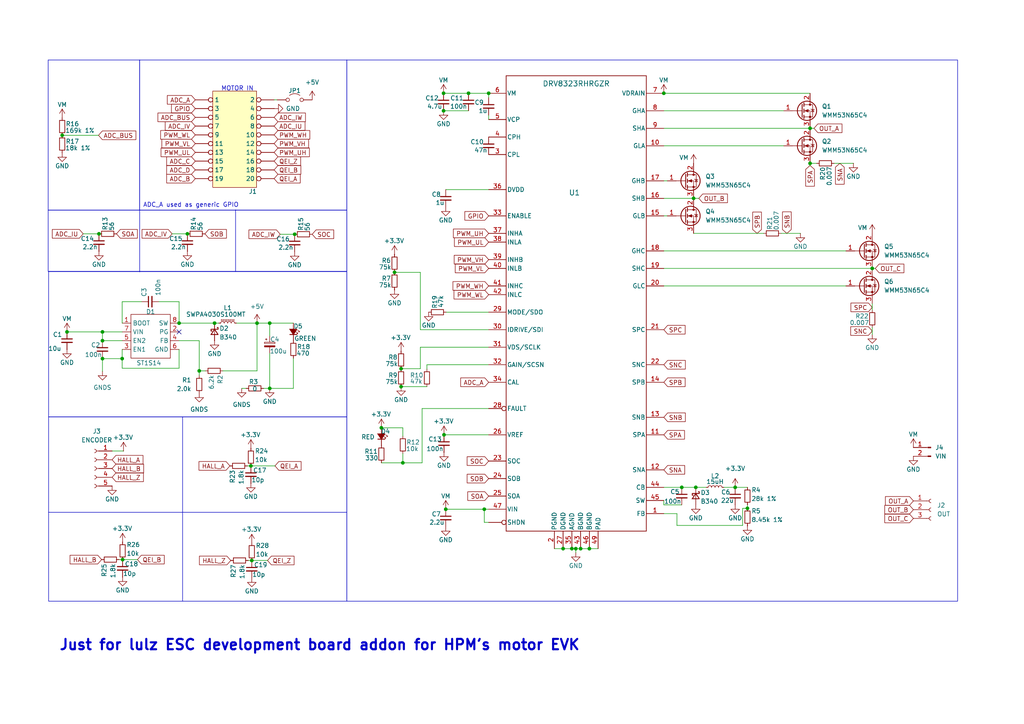
<source format=kicad_sch>
(kicad_sch (version 20231120) (generator "eeschema") (generator_version "8.0")
  (paper "A4")
  (junction (at 128.778 126.111))
  (junction (at 19.431 96.266))
  (junction (at 252.984 77.851))
  (junction (at 163.322 159.131))
  (junction (at 201.168 57.531))
  (junction (at 197.739 141.351))
  (junction (at 29.718 98.806))
  (junction (at 116.84 134.239))
  (junction (at 165.862 159.131))
  (junction (at 35.56 162.306))
  (junction (at 28.702 67.818))
  (junction (at 114.427 78.994))
  (junction (at 116.332 106.934))
  (junction (at 78.232 112.649))
  (junction (at 234.95 37.211))
  (junction (at 128.651 27.051))
  (junction (at 216.789 147.447))
  (junction (at 78.232 93.726))
  (junction (at 128.651 32.131))
  (junction (at 29.718 96.266))
  (junction (at 141.732 27.051))
  (junction (at 73.025 162.56))
  (junction (at 201.803 141.351))
  (junction (at 85.471 67.945))
  (junction (at 18.034 39.243))
  (junction (at 35.433 104.013))
  (junction (at 72.771 135.128))
  (junction (at 29.718 104.013))
  (junction (at 54.356 67.818))
  (junction (at 168.402 159.131))
  (junction (at 234.95 47.371))
  (junction (at 129.286 147.701))
  (junction (at 213.233 141.351))
  (junction (at 74.549 93.726))
  (junction (at 167.005 159.131))
  (junction (at 51.943 93.726))
  (junction (at 62.23 93.726))
  (junction (at 116.332 112.141))
  (junction (at 135.89 27.051))
  (junction (at 110.617 124.079))
  (junction (at 170.942 159.131))
  (junction (at 192.532 27.051))
  (junction (at 140.462 147.701))
  (junction (at 57.785 107.569))
  (no_connect (at 51.943 96.266))
  (wire (pts (xy 192.532 52.451) (xy 193.548 52.451)))
  (wire (pts (xy 241.935 47.371) (xy 247.523 47.371)))
  (wire (pts (xy 234.95 47.371) (xy 234.95 48.006)))
  (wire (pts (xy 226.568 67.691) (xy 232.156 67.691)))
  (wire (pts (xy 51.943 101.346) (xy 51.943 106.807)))
  (wire (pts (xy 123.825 105.791) (xy 123.825 107.061)))
  (wire (pts (xy 19.431 96.266) (xy 29.718 96.266)))
  (wire (pts (xy 141.732 151.511) (xy 140.462 151.511)))
  (wire (pts (xy 196.342 152.4) (xy 215.392 152.4)))
  (wire (pts (xy 29.718 96.266) (xy 29.718 98.806)))
  (wire (pts (xy 71.755 135.128) (xy 72.771 135.128)))
  (wire (pts (xy 110.617 134.239) (xy 116.84 134.239)))
  (wire (pts (xy 79.502 28.956) (xy 80.391 28.956)))
  (wire (pts (xy 121.92 78.994) (xy 114.427 78.994)))
  (wire (pts (xy 29.718 96.266) (xy 35.433 96.266)))
  (wire (pts (xy 201.168 57.531) (xy 202.692 57.531)))
  (wire (pts (xy 68.58 93.726) (xy 74.549 93.726)))
  (wire (pts (xy 141.732 33.401) (xy 141.732 34.671)))
  (wire (pts (xy 121.92 100.711) (xy 121.92 106.934)))
  (wire (pts (xy 121.92 95.631) (xy 141.732 95.631)))
  (wire (pts (xy 73.025 162.56) (xy 77.597 162.56)))
  (wire (pts (xy 110.617 124.079) (xy 116.84 124.079)))
  (wire (pts (xy 51.943 93.726) (xy 51.943 87.503)))
  (wire (pts (xy 32.512 130.81) (xy 35.814 130.81)))
  (wire (pts (xy 116.332 112.141) (xy 123.825 112.141)))
  (wire (pts (xy 85.09 112.649) (xy 78.232 112.649)))
  (wire (pts (xy 35.433 87.503) (xy 41.021 87.503)))
  (wire (pts (xy 35.433 98.806) (xy 29.718 98.806)))
  (wire (pts (xy 234.95 47.371) (xy 236.855 47.371)))
  (wire (pts (xy 114.427 78.994) (xy 114.427 78.867)))
  (wire (pts (xy 167.005 159.131) (xy 167.005 160.274)))
  (wire (pts (xy 128.651 32.131) (xy 135.89 32.131)))
  (wire (pts (xy 85.09 103.886) (xy 85.09 112.649)))
  (wire (pts (xy 213.233 141.351) (xy 216.789 141.351)))
  (wire (pts (xy 116.332 106.934) (xy 121.92 106.934)))
  (wire (pts (xy 24.13 67.818) (xy 28.702 67.818)))
  (wire (pts (xy 57.785 98.806) (xy 57.785 107.569)))
  (wire (pts (xy 201.803 141.351) (xy 204.851 141.351)))
  (wire (pts (xy 209.931 141.351) (xy 213.233 141.351)))
  (wire (pts (xy 167.005 159.131) (xy 168.402 159.131)))
  (wire (pts (xy 129.286 54.991) (xy 141.732 54.991)))
  (wire (pts (xy 141.732 100.711) (xy 121.92 100.711)))
  (wire (pts (xy 78.232 102.489) (xy 78.232 112.649)))
  (wire (pts (xy 35.433 93.726) (xy 35.433 87.503)))
  (wire (pts (xy 192.532 146.431) (xy 197.739 146.431)))
  (wire (pts (xy 51.943 93.726) (xy 62.23 93.726)))
  (wire (pts (xy 35.433 104.013) (xy 29.718 104.013)))
  (wire (pts (xy 29.718 104.013) (xy 29.718 103.886)))
  (wire (pts (xy 72.009 162.56) (xy 73.025 162.56)))
  (wire (pts (xy 34.544 162.306) (xy 35.56 162.306)))
  (wire (pts (xy 122.428 118.491) (xy 122.428 134.239)))
  (wire (pts (xy 78.232 97.409) (xy 78.232 93.726)))
  (wire (pts (xy 215.392 152.4) (xy 215.392 147.447)))
  (wire (pts (xy 141.732 105.791) (xy 123.825 105.791)))
  (wire (pts (xy 252.984 88.011) (xy 252.984 89.916)))
  (wire (pts (xy 163.322 159.131) (xy 165.862 159.131)))
  (wire (pts (xy 201.168 67.691) (xy 221.488 67.691)))
  (wire (pts (xy 192.532 27.051) (xy 234.95 27.051)))
  (wire (pts (xy 74.549 107.569) (xy 74.549 93.726)))
  (wire (pts (xy 216.789 146.431) (xy 216.789 147.447)))
  (wire (pts (xy 140.462 147.701) (xy 141.732 147.701)))
  (wire (pts (xy 76.454 112.649) (xy 78.232 112.649)))
  (wire (pts (xy 116.84 124.079) (xy 116.84 126.492)))
  (wire (pts (xy 57.785 108.966) (xy 57.785 107.569)))
  (wire (pts (xy 64.643 107.569) (xy 74.549 107.569)))
  (wire (pts (xy 236.093 37.211) (xy 234.95 37.211)))
  (wire (pts (xy 51.943 106.807) (xy 35.433 106.807)))
  (wire (pts (xy 128.778 126.111) (xy 141.732 126.111)))
  (wire (pts (xy 141.732 118.491) (xy 122.428 118.491)))
  (wire (pts (xy 135.89 27.051) (xy 141.732 27.051)))
  (wire (pts (xy 160.782 159.131) (xy 163.322 159.131)))
  (wire (pts (xy 116.332 107.061) (xy 116.332 106.934)))
  (wire (pts (xy 78.232 93.726) (xy 74.549 93.726)))
  (wire (pts (xy 192.532 37.211) (xy 234.95 37.211)))
  (wire (pts (xy 35.56 162.306) (xy 39.878 162.306)))
  (wire (pts (xy 62.23 93.726) (xy 63.5 93.726)))
  (wire (pts (xy 192.532 32.131) (xy 227.33 32.131)))
  (wire (pts (xy 121.92 95.631) (xy 121.92 78.994)))
  (wire (pts (xy 196.342 148.971) (xy 196.342 152.4)))
  (wire (pts (xy 122.428 134.239) (xy 116.84 134.239)))
  (wire (pts (xy 116.84 131.572) (xy 116.84 134.239)))
  (wire (pts (xy 252.984 94.996) (xy 252.984 97.028)))
  (wire (pts (xy 128.651 27.051) (xy 135.89 27.051)))
  (wire (pts (xy 78.232 93.726) (xy 85.09 93.726)))
  (wire (pts (xy 72.771 135.128) (xy 79.756 135.128)))
  (wire (pts (xy 49.911 67.818) (xy 54.356 67.818)))
  (wire (pts (xy 192.532 62.611) (xy 193.548 62.611)))
  (wire (pts (xy 197.739 141.351) (xy 201.803 141.351)))
  (wire (pts (xy 215.392 147.447) (xy 216.789 147.447)))
  (wire (pts (xy 70.104 112.649) (xy 71.374 112.649)))
  (wire (pts (xy 192.532 145.161) (xy 192.532 146.431)))
  (wire (pts (xy 81.28 67.945) (xy 85.471 67.945)))
  (wire (pts (xy 141.732 27.051) (xy 141.732 28.321)))
  (wire (pts (xy 192.532 141.351) (xy 197.739 141.351)))
  (wire (pts (xy 192.532 72.771) (xy 245.364 72.771)))
  (wire (pts (xy 192.532 148.971) (xy 196.342 148.971)))
  (wire (pts (xy 192.532 57.531) (xy 201.168 57.531)))
  (wire (pts (xy 140.462 151.511) (xy 140.462 147.701)))
  (wire (pts (xy 168.402 159.131) (xy 170.942 159.131)))
  (wire (pts (xy 51.943 87.503) (xy 46.101 87.503)))
  (wire (pts (xy 29.718 107.696) (xy 29.718 104.013)))
  (wire (pts (xy 192.532 42.291) (xy 227.33 42.291)))
  (wire (pts (xy 129.413 90.551) (xy 141.732 90.551)))
  (wire (pts (xy 192.532 77.851) (xy 252.984 77.851)))
  (wire (pts (xy 35.433 101.346) (xy 35.433 104.013)))
  (wire (pts (xy 18.034 39.243) (xy 28.575 39.243)))
  (wire (pts (xy 57.785 107.569) (xy 59.563 107.569)))
  (wire (pts (xy 129.286 147.701) (xy 140.462 147.701)))
  (wire (pts (xy 192.532 82.931) (xy 245.364 82.931)))
  (wire (pts (xy 165.862 159.131) (xy 167.005 159.131)))
  (wire (pts (xy 51.943 98.806) (xy 57.785 98.806)))
  (wire (pts (xy 170.942 159.131) (xy 173.482 159.131)))
  (wire (pts (xy 252.984 77.851) (xy 253.873 77.851)))
  (wire (pts (xy 35.433 106.807) (xy 35.433 104.013)))
  (rectangle (start 68.326 60.833) (end 68.326 78.74))
  (rectangle (start 14.097 120.904) (end 100.584 174.371))
  (rectangle (start 52.959 120.904) (end 52.959 174.371))
  (rectangle (start 40.513 17.399) (end 100.584 60.96))
  (rectangle (start 14.097 78.74) (end 100.584 120.904))
  (rectangle (start 13.97 17.399) (end 40.513 60.96))
  (rectangle (start 13.97 60.96) (end 100.584 78.74))
  (rectangle (start 100.584 17.399) (end 277.749 174.371))
  (rectangle (start 14.097 148.59) (end 100.584 148.59))
  (rectangle (start 40.513 60.96) (end 40.513 78.867))
  (text "Just for lulz ESC development board addon for HPM's motor EVK" (at 92.71 187.198 0) (effects (font (size 3 3) (thickness 0.6) (bold yes))))
  (text "ADC_A used as generic GPIO" (at 55.372 59.563 0) (effects (font (size 1.27 1.27))))
  (text "MOTOR IN " (at 64.135 26.543 0) (effects (font (size 1.27 1.27)) (justify left bottom)))
  (global_label "SPB" (shape input) (at 219.583 67.691 90) (property "Intersheetrefs" "${INTERSHEET_REFS}" (effects (hide yes))))
  (global_label "HALL_Z" (shape input) (at 32.512 138.43 0) (property "Intersheetrefs" "${INTERSHEET_REFS}" (effects (hide yes))))
  (global_label "SOB" (shape input) (at 141.732 138.811 180) (property "Intersheetrefs" "${INTERSHEET_REFS}" (effects (hide yes))))
  (global_label "PWM_VL" (shape input) (at 141.732 77.851 180) (property "Intersheetrefs" "${INTERSHEET_REFS}" (effects (hide yes))))
  (global_label "ADC_D" (shape input) (at 56.642 49.276 180) (property "Intersheetrefs" "${INTERSHEET_REFS}" (effects (hide yes))))
  (global_label "ADC_IU" (shape input) (at 24.13 67.818 180) (property "Intersheetrefs" "${INTERSHEET_REFS}" (effects (hide yes))))
  (global_label "SPC" (shape input) (at 252.984 89.154 180) (property "Intersheetrefs" "${INTERSHEET_REFS}" (effects (hide yes))))
  (global_label "SPB" (shape input) (at 192.532 110.871 0) (property "Intersheetrefs" "${INTERSHEET_REFS}" (effects (hide yes))))
  (global_label "HALL_B" (shape input) (at 32.512 135.89 0) (property "Intersheetrefs" "${INTERSHEET_REFS}" (effects (hide yes))))
  (global_label "PWM_UL" (shape input) (at 56.642 44.196 180) (property "Intersheetrefs" "${INTERSHEET_REFS}" (effects (hide yes))))
  (global_label "PWM_VH" (shape input) (at 141.732 75.311 180) (property "Intersheetrefs" "${INTERSHEET_REFS}" (effects (hide yes))))
  (global_label "OUT_C" (shape input) (at 264.922 150.368 180) (property "Intersheetrefs" "${INTERSHEET_REFS}" (effects (hide yes))))
  (global_label "OUT_B" (shape input) (at 202.692 57.531 0) (property "Intersheetrefs" "${INTERSHEET_REFS}" (effects (hide yes))))
  (global_label "GPIO" (shape input) (at 141.732 62.611 180) (property "Intersheetrefs" "${INTERSHEET_REFS}" (effects (hide yes))))
  (global_label "PWM_WH" (shape input) (at 79.502 39.116 0) (property "Intersheetrefs" "${INTERSHEET_REFS}" (effects (hide yes))))
  (global_label "HALL_A" (shape input) (at 32.512 133.35 0) (property "Intersheetrefs" "${INTERSHEET_REFS}" (effects (hide yes))))
  (global_label "PWM_VL" (shape input) (at 56.642 41.656 180) (property "Intersheetrefs" "${INTERSHEET_REFS}" (effects (hide yes))))
  (global_label "SNB" (shape input) (at 192.532 121.031 0) (property "Intersheetrefs" "${INTERSHEET_REFS}" (effects (hide yes))))
  (global_label "ADC_A" (shape input) (at 56.642 28.956 180) (property "Intersheetrefs" "${INTERSHEET_REFS}" (effects (hide yes))))
  (global_label "SPA" (shape input) (at 234.95 48.006 270) (property "Intersheetrefs" "${INTERSHEET_REFS}" (effects (hide yes))))
  (global_label "ADC_C" (shape input) (at 56.642 46.736 180) (property "Intersheetrefs" "${INTERSHEET_REFS}" (effects (hide yes))))
  (global_label "GPIO" (shape input) (at 56.642 31.496 180) (property "Intersheetrefs" "${INTERSHEET_REFS}" (effects (hide yes))))
  (global_label "SNC" (shape input) (at 192.532 105.791 0) (property "Intersheetrefs" "${INTERSHEET_REFS}" (effects (hide yes))))
  (global_label "PWM_UH" (shape input) (at 79.502 44.196 0) (property "Intersheetrefs" "${INTERSHEET_REFS}" (effects (hide yes))))
  (global_label "PWM_WL" (shape input) (at 56.642 39.116 180) (property "Intersheetrefs" "${INTERSHEET_REFS}" (effects (hide yes))))
  (global_label "ADC_BUS" (shape input) (at 28.575 39.243 0) (property "Intersheetrefs" "${INTERSHEET_REFS}" (effects (hide yes))))
  (global_label "PWM_UH" (shape input) (at 141.732 67.691 180) (property "Intersheetrefs" "${INTERSHEET_REFS}" (effects (hide yes))))
  (global_label "QEI_A" (shape input) (at 79.756 135.128 0) (property "Intersheetrefs" "${INTERSHEET_REFS}" (effects (hide yes))))
  (global_label "QEI_B" (shape input) (at 39.878 162.306 0) (property "Intersheetrefs" "${INTERSHEET_REFS}" (effects (hide yes))))
  (global_label "PWM_WL" (shape input) (at 141.732 85.471 180) (property "Intersheetrefs" "${INTERSHEET_REFS}" (effects (hide yes))))
  (global_label "OUT_A" (shape input) (at 264.922 145.288 180) (property "Intersheetrefs" "${INTERSHEET_REFS}" (effects (hide yes))))
  (global_label "ADC_IW" (shape input) (at 81.28 67.945 180) (property "Intersheetrefs" "${INTERSHEET_REFS}" (effects (hide yes))))
  (global_label "SNA" (shape input) (at 243.586 47.371 270) (property "Intersheetrefs" "${INTERSHEET_REFS}" (effects (hide yes))))
  (global_label "HALL_B" (shape input) (at 29.464 162.306 180) (property "Intersheetrefs" "${INTERSHEET_REFS}" (effects (hide yes))))
  (global_label "SOC" (shape input) (at 90.551 67.945 0) (property "Intersheetrefs" "${INTERSHEET_REFS}" (effects (hide yes))))
  (global_label "ADC_BUS" (shape input) (at 56.642 34.036 180) (property "Intersheetrefs" "${INTERSHEET_REFS}" (effects (hide yes))))
  (global_label "ADC_IW" (shape input) (at 79.502 34.036 0) (property "Intersheetrefs" "${INTERSHEET_REFS}" (effects (hide yes))))
  (global_label "QEI_Z" (shape input) (at 79.502 46.736 0) (property "Intersheetrefs" "${INTERSHEET_REFS}" (effects (hide yes))))
  (global_label "QEI_A" (shape input) (at 79.502 51.816 0) (property "Intersheetrefs" "${INTERSHEET_REFS}" (effects (hide yes))))
  (global_label "HALL_A" (shape input) (at 66.675 135.128 180) (property "Intersheetrefs" "${INTERSHEET_REFS}" (effects (hide yes))))
  (global_label "PWM_VH" (shape input) (at 79.502 41.656 0) (property "Intersheetrefs" "${INTERSHEET_REFS}" (effects (hide yes))))
  (global_label "SOB" (shape input) (at 59.436 67.818 0) (property "Intersheetrefs" "${INTERSHEET_REFS}" (effects (hide yes))))
  (global_label "SOC" (shape input) (at 141.732 133.731 180) (property "Intersheetrefs" "${INTERSHEET_REFS}" (effects (hide yes))))
  (global_label "PWM_UL" (shape input) (at 141.732 70.231 180) (property "Intersheetrefs" "${INTERSHEET_REFS}" (effects (hide yes))))
  (global_label "ADC_IU" (shape input) (at 79.502 36.576 0) (property "Intersheetrefs" "${INTERSHEET_REFS}" (effects (hide yes))))
  (global_label "SOA" (shape input) (at 141.732 143.891 180) (property "Intersheetrefs" "${INTERSHEET_REFS}" (effects (hide yes))))
  (global_label "ADC_IV" (shape input) (at 49.911 67.818 180) (property "Intersheetrefs" "${INTERSHEET_REFS}" (effects (hide yes))))
  (global_label "SNB" (shape input) (at 228.219 67.691 90) (property "Intersheetrefs" "${INTERSHEET_REFS}" (effects (hide yes))))
  (global_label "SOA" (shape input) (at 33.782 67.818 0) (property "Intersheetrefs" "${INTERSHEET_REFS}" (effects (hide yes))))
  (global_label "SPA" (shape input) (at 192.532 126.111 0) (property "Intersheetrefs" "${INTERSHEET_REFS}" (effects (hide yes))))
  (global_label "ADC_IV" (shape input) (at 56.642 36.576 180) (property "Intersheetrefs" "${INTERSHEET_REFS}" (effects (hide yes))))
  (global_label "PWM_WH" (shape input) (at 141.732 82.931 180) (property "Intersheetrefs" "${INTERSHEET_REFS}" (effects (hide yes))))
  (global_label "OUT_A" (shape input) (at 236.093 37.211 0) (property "Intersheetrefs" "${INTERSHEET_REFS}" (effects (hide yes))))
  (global_label "SNA" (shape input) (at 192.532 136.271 0) (property "Intersheetrefs" "${INTERSHEET_REFS}" (effects (hide yes))))
  (global_label "QEI_B" (shape input) (at 79.502 49.276 0) (property "Intersheetrefs" "${INTERSHEET_REFS}" (effects (hide yes))))
  (global_label "SNC" (shape input) (at 252.984 96.012 180) (property "Intersheetrefs" "${INTERSHEET_REFS}" (effects (hide yes))))
  (global_label "ADC_A" (shape input) (at 141.732 110.871 180) (property "Intersheetrefs" "${INTERSHEET_REFS}" (effects (hide yes))))
  (global_label "OUT_B" (shape input) (at 264.922 147.828 180) (property "Intersheetrefs" "${INTERSHEET_REFS}" (effects (hide yes))))
  (global_label "SPC" (shape input) (at 192.532 95.631 0) (property "Intersheetrefs" "${INTERSHEET_REFS}" (effects (hide yes))))
  (global_label "QEI_Z" (shape input) (at 77.597 162.56 0) (property "Intersheetrefs" "${INTERSHEET_REFS}" (effects (hide yes))))
  (global_label "HALL_Z" (shape input) (at 66.929 162.56 180) (property "Intersheetrefs" "${INTERSHEET_REFS}" (effects (hide yes))))
  (global_label "OUT_C" (shape input) (at 253.873 77.851 0) (property "Intersheetrefs" "${INTERSHEET_REFS}" (effects (hide yes))))
  (global_label "ADC_B" (shape input) (at 56.642 51.816 180) (property "Intersheetrefs" "${INTERSHEET_REFS}" (effects (hide yes))))
  (symbol (lib_id "Device:C_Small") (at 197.739 143.891 0) (mirror y) (unit 1)
    (property "Reference" "C5" (at 197.104 142.621 0) (effects (justify left)))
    (property "Value" "100n" (at 197.612 145.415 0) (effects (justify left)))
    (property "Footprint" "Capacitor_SMD:C_0603_1608Metric" (effects (hide yes)))
    (property "Vendor Code" "CC0402MRX5R5BB106" (effects (hide yes)))
    (property "Promelec Code" "307953" (effects (hide yes)))
  )
  (symbol (lib_id "Device:D_Schottky_Small") (at 201.803 143.891 270) (unit 1)
    (property "Reference" "D3" (at 203.2 142.875 90) (effects (justify left)))
    (property "Value" "B340" (at 203.2 145.415 90) (effects (justify left)))
    (property "Description" "Schottky diode, small symbol" (effects (hide yes)))
  )
  (symbol (lib_id "Device:C_Small") (at 29.718 101.346 0) (mirror y) (unit 1)
    (property "Reference" "C2" (at 29.083 100.076 0) (effects (justify left)))
    (property "Value" "100n" (at 29.591 102.87 0) (effects (justify left)))
    (property "Footprint" "Capacitor_SMD:C_0603_1608Metric" (effects (hide yes)))
    (property "Vendor Code" "CC0402MRX5R5BB106" (effects (hide yes)))
    (property "Promelec Code" "307953" (effects (hide yes)))
  )
  (symbol (lib_id "power:+12V") (at 252.984 67.691 0) (mirror y) (unit 1)
    (property "Reference" "#PWR036" (effects (hide yes)))
    (property "Value" "VM" (at 250.19 66.04 0))
  )
  (symbol (lib_id "Transistor_FET:IRFS4115") (at 250.444 72.771 0) (unit 1)
    (property "Reference" "Q5" (at 256.413 71.5009 0) (effects (justify left)))
    (property "Value" "WMM53N65C4" (at 256.413 74.0409 0) (effects (justify left)))
    (property "Footprint" "Package_TO_SOT_SMD:TO-263-2" (effects (hide yes)))
    (property "Datasheet" "https://www.promelec.ru/fs/sources/b0/b5/7f/3d/405059a7add4ed1f0a1205bc.pdf" (effects (hide yes)))
    (property "Description" "N-ch Power MOSFET 650 V, 0,06 Ohm, 50 A." (effects (hide yes)))
  )
  (symbol (lib_id "Device:C_Small") (at 213.233 143.891 0) (mirror y) (unit 1)
    (property "Reference" "C6" (at 211.836 142.748 0) (effects (justify left)))
    (property "Value" "22u" (at 212.852 145.161 0) (effects (justify left)))
    (property "Footprint" "Capacitor_SMD:C_0603_1608Metric" (effects (hide yes)))
    (property "Vendor Code" "CC0402MRX5R5BB106" (effects (hide yes)))
    (property "Promelec Code" "307953" (effects (hide yes)))
  )
  (symbol (lib_id "power:GND") (at 54.356 72.898 0) (mirror y) (unit 1)
    (property "Reference" "#PWR029" (effects (hide yes)))
    (property "Value" "GND" (at 54.356 76.708 0))
  )
  (symbol (lib_id "Device:C_Polarized_Small") (at 78.232 99.949 0) (unit 1)
    (property "Reference" "C4" (at 78.359 98.425 0) (effects (justify left)))
    (property "Value" "100u" (at 78.232 101.854 0) (effects (justify left)))
    (property "Footprint" "Capacitor_SMD:CP_Elec_6.3x5.4_Nichicon" (effects (hide yes)))
  )
  (symbol (lib_id "power:+3.3V") (at 213.233 141.351 0) (unit 1)
    (property "Reference" "#PWR013" (effects (hide yes)))
    (property "Value" "+3.3V" (at 213.233 135.89 0))
    (property "Description" "Power symbol creates a global label with name \"+3.3V\"" (effects (hide yes)))
  )
  (symbol (lib_id "power:+3.3V") (at 110.617 124.079 0) (unit 1)
    (property "Reference" "#PWR025" (effects (hide yes)))
    (property "Value" "+3.3V" (at 110.49 120.142 0))
    (property "Description" "Power symbol creates a global label with name \"+3.3V\"" (effects (hide yes)))
  )
  (symbol (lib_id "Device:R_Small") (at 114.427 76.327 0) (mirror y) (unit 1)
    (property "Reference" "R6" (at 113.411 75.565 0) (effects (justify left)))
    (property "Value" "75k" (at 113.538 77.47 0) (effects (justify left)))
    (property "Footprint" "Resistor_SMD:R_0603_1608Metric" (effects (hide yes)))
    (property "Vendor Code" "RC0402FR-07150KL" (effects (hide yes)))
    (property "Promelec Code" "303547" (effects (hide yes)))
  )
  (symbol (lib_id "power:+3.3V") (at 73.025 157.48 0) (unit 1)
    (property "Reference" "#PWR046" (effects (hide yes)))
    (property "Value" "+3.3V" (at 72.898 153.543 0))
    (property "Description" "Power symbol creates a global label with name \"+3.3V\"" (effects (hide yes)))
  )
  (symbol (lib_id "Transistor_FET:IRFS4115") (at 232.41 32.131 0) (unit 1)
    (property "Reference" "Q1" (at 238.379 30.8609 0) (effects (justify left)))
    (property "Value" "WMM53N65C4" (at 238.379 33.4009 0) (effects (justify left)))
    (property "Footprint" "Package_TO_SOT_SMD:TO-263-2" (effects (hide yes)))
    (property "Datasheet" "https://www.promelec.ru/fs/sources/b0/b5/7f/3d/405059a7add4ed1f0a1205bc.pdf" (effects (hide yes)))
    (property "Description" "N-ch Power MOSFET 650 V, 0,06 Ohm, 50 A." (effects (hide yes)))
  )
  (symbol (lib_id "Device:R_Small") (at 72.771 132.588 0) (mirror x) (unit 1)
    (property "Reference" "R24" (at 73.914 130.81 0) (effects (justify left)))
    (property "Value" "10k" (at 73.914 133.35 0) (effects (justify left)))
    (property "Footprint" "Resistor_SMD:R_0603_1608Metric" (effects (hide yes)))
    (property "Vendor Code" "RC0402FR-07150KL" (effects (hide yes)))
    (property "Promelec Code" "303547" (effects (hide yes)))
  )
  (symbol (lib_id "power:+12V") (at 19.431 96.266 0) (mirror y) (unit 1)
    (property "Reference" "#PWR03" (effects (hide yes)))
    (property "Value" "VM" (at 19.431 92.456 0))
  )
  (symbol (lib_id "power:+5V") (at 74.549 93.726 0) (unit 1)
    (property "Reference" "#PWR09" (effects (hide yes)))
    (property "Value" "+5V" (at 74.549 88.9 0))
  )
  (symbol (lib_id "Device:C_Small") (at 35.56 164.846 0) (unit 1)
    (property "Reference" "C18" (at 36.195 163.576 0) (effects (justify left)))
    (property "Value" "10p" (at 35.687 166.37 0) (effects (justify left)))
    (property "Footprint" "Capacitor_SMD:C_0603_1608Metric" (effects (hide yes)))
    (property "Vendor Code" "CC0402MRX5R5BB106" (effects (hide yes)))
    (property "Promelec Code" "307953" (effects (hide yes)))
  )
  (symbol (lib_id "Device:R_Small") (at 56.896 67.818 90) (unit 1)
    (property "Reference" "R14" (at 56.134 66.802 0) (effects (justify left)))
    (property "Value" "56" (at 58.039 66.929 0) (effects (justify left)))
    (property "Footprint" "Resistor_SMD:R_0603_1608Metric" (effects (hide yes)))
    (property "Vendor Code" "RC0402FR-07150KL" (effects (hide yes)))
    (property "Promelec Code" "303547" (effects (hide yes)))
  )
  (symbol (lib_id "power:GND") (at 252.984 97.028 0) (mirror y) (unit 1)
    (property "Reference" "#PWR039" (effects (hide yes)))
    (property "Value" "GND" (at 252.984 100.838 0))
  )
  (symbol (lib_id "power:GND") (at 167.005 160.274 0) (mirror y) (unit 1)
    (property "Reference" "#PWR011" (effects (hide yes)))
    (property "Value" "GND" (at 167.005 164.084 0))
  )
  (symbol (lib_id "Device:C_Small") (at 129.286 150.241 0) (mirror y) (unit 1)
    (property "Reference" "C7" (at 127.889 149.098 0) (effects (justify left)))
    (property "Value" "2.2u" (at 128.905 151.511 0) (effects (justify left)))
    (property "Footprint" "Capacitor_SMD:C_0603_1608Metric" (effects (hide yes)))
    (property "Vendor Code" "CC0402MRX5R5BB106" (effects (hide yes)))
    (property "Promelec Code" "307953" (effects (hide yes)))
  )
  (symbol (lib_id "Device:R_Small") (at 110.617 131.699 0) (mirror y) (unit 1)
    (property "Reference" "R11" (at 109.601 130.937 0) (effects (justify left)))
    (property "Value" "330" (at 109.728 132.842 0) (effects (justify left)))
    (property "Footprint" "Resistor_SMD:R_0603_1608Metric" (effects (hide yes)))
    (property "Vendor Code" "RC0402FR-07150KL" (effects (hide yes)))
    (property "Promelec Code" "303547" (effects (hide yes)))
  )
  (symbol (lib_id "power:GND") (at 128.778 131.191 0) (mirror y) (unit 1)
    (property "Reference" "#PWR026" (effects (hide yes)))
    (property "Value" "GND" (at 128.778 135.001 0))
  )
  (symbol (lib_id "Device:C_Small") (at 141.732 42.291 0) (mirror y) (unit 1)
    (property "Reference" "C10" (at 140.335 41.148 0) (effects (justify left)))
    (property "Value" "47n" (at 141.351 43.561 0) (effects (justify left)))
    (property "Footprint" "Capacitor_SMD:C_0603_1608Metric" (effects (hide yes)))
    (property "Vendor Code" "CC0402MRX5R5BB106" (effects (hide yes)))
    (property "Promelec Code" "307953" (effects (hide yes)))
  )
  (symbol (lib_id "Device:R_Small") (at 35.56 159.766 0) (mirror x) (unit 1)
    (property "Reference" "R26" (at 36.703 157.988 0) (effects (justify left)))
    (property "Value" "10k" (at 36.703 160.528 0) (effects (justify left)))
    (property "Footprint" "Resistor_SMD:R_0603_1608Metric" (effects (hide yes)))
    (property "Vendor Code" "RC0402FR-07150KL" (effects (hide yes)))
    (property "Promelec Code" "303547" (effects (hide yes)))
  )
  (symbol (lib_id "power:+12V") (at 18.034 34.163 0) (mirror y) (unit 1)
    (property "Reference" "#PWR031" (effects (hide yes)))
    (property "Value" "VM" (at 18.034 30.353 0))
  )
  (symbol (lib_id "power:GND") (at 129.286 152.781 0) (mirror y) (unit 1)
    (property "Reference" "#PWR017" (effects (hide yes)))
    (property "Value" "GND" (at 129.286 156.591 0))
  )
  (symbol (lib_id "Device:R_Small") (at 18.034 36.703 0) (unit 1)
    (property "Reference" "R16" (at 19.05 35.941 0) (effects (justify left)))
    (property "Value" "169k 1%" (at 18.923 37.846 0) (effects (justify left)))
    (property "Footprint" "Resistor_SMD:R_0603_1608Metric" (effects (hide yes)))
    (property "Vendor Code" "RC0402FR-07150KL" (effects (hide yes)))
    (property "Promelec Code" "303547" (effects (hide yes)))
  )
  (symbol (lib_id "power:GND") (at 32.512 140.97 0) (mirror y) (unit 1)
    (property "Reference" "#PWR042" (effects (hide yes)))
    (property "Value" "GND" (at 32.512 144.78 0))
  )
  (symbol (lib_id "power:+12V") (at 201.168 47.371 0) (mirror y) (unit 1)
    (property "Reference" "#PWR035" (effects (hide yes)))
    (property "Value" "VM" (at 198.374 45.72 0))
  )
  (symbol (lib_id "Device:R_Small") (at 224.028 67.691 90) (unit 1)
    (property "Reference" "R21" (at 223.266 66.675 0) (effects (justify left)))
    (property "Value" "0.007" (at 225.171 66.802 0) (effects (justify left)))
    (property "Footprint" "Resistor_SMD:R_2512_6332Metric" (effects (hide yes)))
    (property "Vendor Code" "RC0402FR-07150KL" (effects (hide yes)))
    (property "Promelec Code" "303547" (effects (hide yes)))
  )
  (symbol (lib_id "power:GND") (at 85.471 73.025 0) (mirror y) (unit 1)
    (property "Reference" "#PWR030" (effects (hide yes)))
    (property "Value" "GND" (at 85.471 76.835 0))
  )
  (symbol (lib_id "Device:C_Small") (at 135.89 29.591 0) (mirror y) (unit 1)
    (property "Reference" "C11" (at 134.493 28.448 0) (effects (justify left)))
    (property "Value" "100n" (at 135.509 30.861 0) (effects (justify left)))
    (property "Footprint" "Capacitor_SMD:C_0603_1608Metric" (effects (hide yes)))
    (property "Vendor Code" "CC0402MRX5R5BB106" (effects (hide yes)))
    (property "Promelec Code" "307953" (effects (hide yes)))
  )
  (symbol (lib_id "Device:R_Small") (at 31.242 67.818 90) (unit 1)
    (property "Reference" "R13" (at 30.48 66.802 0) (effects (justify left)))
    (property "Value" "56" (at 32.385 66.929 0) (effects (justify left)))
    (property "Footprint" "Resistor_SMD:R_0603_1608Metric" (effects (hide yes)))
    (property "Vendor Code" "RC0402FR-07150KL" (effects (hide yes)))
    (property "Promelec Code" "303547" (effects (hide yes)))
  )
  (symbol (lib_id "Device:C_Small") (at 19.431 98.806 0) (mirror y) (unit 1)
    (property "Reference" "C1" (at 18.034 97.028 0) (effects (justify left)))
    (property "Value" "10u" (at 17.78 101.092 0) (effects (justify left)))
    (property "Footprint" "Capacitor_SMD:C_0603_1608Metric" (effects (hide yes)))
    (property "Vendor Code" "CC0402MRX5R5BB106" (effects (hide yes)))
    (property "Promelec Code" "307953" (effects (hide yes)))
  )
  (symbol (lib_id "Device:LED_Small_Filled") (at 85.09 96.266 270) (mirror x) (unit 1)
    (property "Reference" "D5" (at 85.09 94.615 90) (effects (justify left)))
    (property "Value" "GREEN" (at 85.344 98.171 90) (effects (justify left)))
    (property "Description" "Light emitting diode, small symbol, filled shape" (effects (hide yes)))
  )
  (symbol (lib_id "power:GND") (at 114.427 84.074 0) (mirror y) (unit 1)
    (property "Reference" "#PWR022" (effects (hide yes)))
    (property "Value" "GND" (at 114.427 87.884 0))
  )
  (symbol (lib_id "Device:R_Small") (at 85.09 101.346 0) (unit 1)
    (property "Reference" "R18" (at 86.106 100.584 0) (effects (justify left)))
    (property "Value" "470" (at 85.979 102.489 0) (effects (justify left)))
    (property "Footprint" "Resistor_SMD:R_0603_1608Metric" (effects (hide yes)))
    (property "Vendor Code" "RC0402FR-07150KL" (effects (hide yes)))
    (property "Promelec Code" "303547" (effects (hide yes)))
  )
  (symbol (lib_id "power:GND") (at 124.333 90.551 0) (mirror y) (unit 1)
    (property "Reference" "#PWR033" (effects (hide yes)))
    (property "Value" "GND" (at 124.333 94.361 0))
  )
  (symbol (lib_id "Device:R_Small") (at 116.84 129.032 0) (unit 1)
    (property "Reference" "R12" (at 117.856 128.27 0) (effects (justify left)))
    (property "Value" "10k" (at 117.729 130.175 0) (effects (justify left)))
    (property "Footprint" "Resistor_SMD:R_0603_1608Metric" (effects (hide yes)))
    (property "Vendor Code" "RC0402FR-07150KL" (effects (hide yes)))
    (property "Promelec Code" "303547" (effects (hide yes)))
  )
  (symbol (lib_id "power:GNDS") (at 29.718 107.696 0) (unit 1)
    (property "Reference" "#PWR05" (effects (hide yes)))
    (property "Value" "GNDS" (at 29.718 112.395 0))
  )
  (symbol (lib_id "Device:R_Small") (at 114.427 81.534 0) (mirror y) (unit 1)
    (property "Reference" "R7" (at 113.411 80.772 0) (effects (justify left)))
    (property "Value" "75k" (at 113.538 82.677 0) (effects (justify left)))
    (property "Footprint" "Resistor_SMD:R_0603_1608Metric" (effects (hide yes)))
    (property "Vendor Code" "RC0402FR-07150KL" (effects (hide yes)))
    (property "Promelec Code" "303547" (effects (hide yes)))
  )
  (symbol (lib_id "Connector:Conn_01x03_Socket") (at 270.002 147.828 0) (unit 1)
    (property "Reference" "J2" (at 271.78 146.5579 0) (effects (justify left)))
    (property "Value" "OUT" (at 271.78 149.0979 0) (effects (justify left)))
    (property "Description" "Generic connector, single row, 01x03, script generated" (effects (hide yes)))
  )
  (symbol (lib_id "power:GND") (at 73.025 167.64 0) (mirror y) (unit 1)
    (property "Reference" "#PWR047" (effects (hide yes)))
    (property "Value" "GND" (at 73.025 171.45 0))
  )
  (symbol (lib_id "Transistor_FET:IRFS4115") (at 232.41 42.291 0) (unit 1)
    (property "Reference" "Q2" (at 238.379 41.0209 0) (effects (justify left)))
    (property "Value" "WMM53N65C4" (at 238.379 43.5609 0) (effects (justify left)))
    (property "Footprint" "Package_TO_SOT_SMD:TO-263-2" (effects (hide yes)))
    (property "Datasheet" "https://www.promelec.ru/fs/sources/b0/b5/7f/3d/405059a7add4ed1f0a1205bc.pdf" (effects (hide yes)))
    (property "Description" "N-ch Power MOSFET 650 V, 0,06 Ohm, 50 A." (effects (hide yes)))
  )
  (symbol (lib_id "Device:R_Small") (at 88.011 67.945 90) (unit 1)
    (property "Reference" "R15" (at 87.249 66.929 0) (effects (justify left)))
    (property "Value" "56" (at 89.154 67.056 0) (effects (justify left)))
    (property "Footprint" "Resistor_SMD:R_0603_1608Metric" (effects (hide yes)))
    (property "Vendor Code" "RC0402FR-07150KL" (effects (hide yes)))
    (property "Promelec Code" "303547" (effects (hide yes)))
  )
  (symbol (lib_id "Device:C_Small") (at 141.732 30.861 0) (mirror y) (unit 1)
    (property "Reference" "C9" (at 140.335 29.718 0) (effects (justify left)))
    (property "Value" "1u" (at 141.351 32.131 0) (effects (justify left)))
    (property "Footprint" "Capacitor_SMD:C_0603_1608Metric" (effects (hide yes)))
    (property "Vendor Code" "CC0402MRX5R5BB106" (effects (hide yes)))
    (property "Promelec Code" "307953" (effects (hide yes)))
  )
  (symbol (lib_id "power:GND") (at 79.502 31.496 90) (unit 1)
    (property "Reference" "#PWR01" (effects (hide yes)))
    (property "Value" "GND" (at 82.931 31.4959 90) (effects (justify right)))
    (property "Description" "Power symbol creates a global label with name \"GND\" , ground" (effects (hide yes)))
  )
  (symbol (lib_id "power:GND") (at 247.523 47.371 0) (mirror y) (unit 1)
    (property "Reference" "#PWR037" (effects (hide yes)))
    (property "Value" "GND" (at 247.523 51.181 0))
  )
  (symbol (lib_id "Device:R_Small") (at 239.395 47.371 90) (mirror x) (unit 1)
    (property "Reference" "R20" (at 238.633 48.387 0) (effects (justify left)))
    (property "Value" "0.007" (at 240.538 48.26 0) (effects (justify left)))
    (property "Footprint" "Resistor_SMD:R_2512_6332Metric" (effects (hide yes)))
    (property "Vendor Code" "RC0402FR-07150KL" (effects (hide yes)))
    (property "Promelec Code" "303547" (effects (hide yes)))
  )
  (symbol (lib_id "Device:R_Small") (at 69.469 162.56 270) (unit 1)
    (property "Reference" "R27" (at 67.691 163.703 0) (effects (justify left)))
    (property "Value" "1.8k" (at 70.231 163.703 0) (effects (justify left)))
    (property "Footprint" "Resistor_SMD:R_0603_1608Metric" (effects (hide yes)))
    (property "Vendor Code" "RC0402FR-07150KL" (effects (hide yes)))
    (property "Promelec Code" "303547" (effects (hide yes)))
  )
  (symbol (lib_id "power:GND") (at 216.789 152.527 0) (mirror y) (unit 1)
    (property "Reference" "#PWR014" (effects (hide yes)))
    (property "Value" "GND" (at 216.789 156.337 0))
  )
  (symbol (lib_id "Device:L_Small") (at 207.391 141.351 90) (unit 1)
    (property "Reference" "L2" (at 207.391 138.049 90))
    (property "Value" "15uH" (at 207.391 139.7 90))
    (property "Description" "Inductor, small symbol" (effects (hide yes)))
  )
  (symbol (lib_id "UNIV:ST1S14") (at 35.433 93.726 0) (unit 1)
    (property "Reference" "D1" (at 43.688 90.424 0))
    (property "Value" "ST1S14" (at 43.18 105.283 0))
    (property "Footprint" "UNIV:ST1S14_HSOP-8-1EP_3.9x4.9mm_P1.27mm" (effects (hide yes)))
  )
  (symbol (lib_id "Transistor_FET:IRFS4115") (at 198.628 52.451 0) (unit 1)
    (property "Reference" "Q3" (at 204.597 51.1809 0) (effects (justify left)))
    (property "Value" "WMM53N65C4" (at 204.597 53.7209 0) (effects (justify left)))
    (property "Footprint" "Package_TO_SOT_SMD:TO-263-2" (effects (hide yes)))
    (property "Datasheet" "https://www.promelec.ru/fs/sources/b0/b5/7f/3d/405059a7add4ed1f0a1205bc.pdf" (effects (hide yes)))
    (property "Description" "N-ch Power MOSFET 650 V, 0,06 Ohm, 50 A." (effects (hide yes)))
  )
  (symbol (lib_id "power:GNDS") (at 57.785 114.046 0) (unit 1)
    (property "Reference" "#PWR06" (effects (hide yes)))
    (property "Value" "GNDS" (at 57.785 118.745 0))
  )
  (symbol (lib_id "Device:C_Small") (at 28.702 70.358 0) (mirror y) (unit 1)
    (property "Reference" "C14" (at 27.305 69.215 0) (effects (justify left)))
    (property "Value" "2.2n" (at 28.321 71.628 0) (effects (justify left)))
    (property "Footprint" "Capacitor_SMD:C_0603_1608Metric" (effects (hide yes)))
    (property "Vendor Code" "CC0402MRX5R5BB106" (effects (hide yes)))
    (property "Promelec Code" "307953" (effects (hide yes)))
  )
  (symbol (lib_id "Device:R_Small") (at 116.332 104.394 0) (mirror y) (unit 1)
    (property "Reference" "R8" (at 115.316 103.632 0) (effects (justify left)))
    (property "Value" "75k" (at 115.443 105.537 0) (effects (justify left)))
    (property "Footprint" "Resistor_SMD:R_0603_1608Metric" (effects (hide yes)))
    (property "Vendor Code" "RC0402FR-07150KL" (effects (hide yes)))
    (property "Promelec Code" "303547" (effects (hide yes)))
  )
  (symbol (lib_id "power:+3.3V") (at 116.332 101.854 0) (unit 1)
    (property "Reference" "#PWR023" (effects (hide yes)))
    (property "Value" "+3.3V" (at 116.205 97.917 0))
    (property "Description" "Power symbol creates a global label with name \"+3.3V\"" (effects (hide yes)))
  )
  (symbol (lib_id "power:+5V") (at 90.551 28.956 0) (unit 1)
    (property "Reference" "#PWR02" (effects (hide yes)))
    (property "Value" "+5V" (at 90.551 23.876 0))
  )
  (symbol (lib_id "power:+12V") (at 128.651 27.051 0) (mirror y) (unit 1)
    (property "Reference" "#PWR019" (effects (hide yes)))
    (property "Value" "VM" (at 128.651 23.241 0))
  )
  (symbol (lib_id "Device:C_Small") (at 72.771 137.668 0) (unit 1)
    (property "Reference" "C17" (at 73.406 136.398 0) (effects (justify left)))
    (property "Value" "10p" (at 72.898 139.192 0) (effects (justify left)))
    (property "Footprint" "Capacitor_SMD:C_0603_1608Metric" (effects (hide yes)))
    (property "Vendor Code" "CC0402MRX5R5BB106" (effects (hide yes)))
    (property "Promelec Code" "307953" (effects (hide yes)))
  )
  (symbol (lib_id "power:GND") (at 264.922 132.334 0) (mirror y) (unit 1)
    (property "Reference" "#PWR048" (effects (hide yes)))
    (property "Value" "GND" (at 264.922 136.144 0))
  )
  (symbol (lib_id "Device:L_Ferrite_Small") (at 66.04 93.726 90) (unit 1)
    (property "Reference" "L1" (at 66.04 89.281 90))
    (property "Value" "SWPA4030S100MT" (at 62.611 91.186 90))
    (property "Footprint" "Inductor_SMD:L_Sunlord_SWPA4030S" (effects (hide yes)))
    (property "Vendor Code" "LQM21PN2R2MC0D," (effects (hide yes)))
    (property "Promelec Code" "318797" (effects (hide yes)))
  )
  (symbol (lib_id "power:+12V") (at 192.532 27.051 0) (mirror y) (unit 1)
    (property "Reference" "#PWR034" (effects (hide yes)))
    (property "Value" "VM" (at 192.532 23.241 0))
  )
  (symbol (lib_id "Device:C_Small") (at 54.356 70.358 0) (mirror y) (unit 1)
    (property "Reference" "C15" (at 52.959 69.215 0) (effects (justify left)))
    (property "Value" "2.2n" (at 53.975 71.628 0) (effects (justify left)))
    (property "Footprint" "Capacitor_SMD:C_0603_1608Metric" (effects (hide yes)))
    (property "Vendor Code" "CC0402MRX5R5BB106" (effects (hide yes)))
    (property "Promelec Code" "307953" (effects (hide yes)))
  )
  (symbol (lib_id "Device:R_Small") (at 252.984 92.456 0) (mirror y) (unit 1)
    (property "Reference" "R22" (at 251.968 91.694 0) (effects (justify left)))
    (property "Value" "0.007" (at 252.095 93.599 0) (effects (justify left)))
    (property "Footprint" "Resistor_SMD:R_2512_6332Metric" (effects (hide yes)))
    (property "Vendor Code" "RC0402FR-07150KL" (effects (hide yes)))
    (property "Promelec Code" "303547" (effects (hide yes)))
  )
  (symbol (lib_id "Device:R_Small") (at 73.025 160.02 0) (mirror x) (unit 1)
    (property "Reference" "R28" (at 74.168 158.242 0) (effects (justify left)))
    (property "Value" "10k" (at 74.168 160.782 0) (effects (justify left)))
    (property "Footprint" "Resistor_SMD:R_0603_1608Metric" (effects (hide yes)))
    (property "Vendor Code" "RC0402FR-07150KL" (effects (hide yes)))
    (property "Promelec Code" "303547" (effects (hide yes)))
  )
  (symbol (lib_id "power:GND") (at 201.803 146.431 0) (mirror y) (unit 1)
    (property "Reference" "#PWR012" (effects (hide yes)))
    (property "Value" "GND" (at 201.803 150.241 0))
  )
  (symbol (lib_id "05_HPM_Conn:HEADER 10X2") (at 61.722 26.416 0) (unit 1)
    (property "Reference" "J1" (at 72.136 56.261 0) (effects (justify left bottom)))
    (property "Value" "X6521WR-2x10H-C30D60" (effects (hide yes)))
    (property "Footprint" "Connector_PinHeader_2.54mm:PinHeader_2x10_P2.54mm_Horizontal" (effects (hide yes)))
  )
  (symbol (lib_id "Transistor_FET:IRFS4115") (at 250.444 82.931 0) (unit 1)
    (property "Reference" "Q6" (at 256.413 81.6609 0) (effects (justify left)))
    (property "Value" "WMM53N65C4" (at 256.413 84.2009 0) (effects (justify left)))
    (property "Footprint" "Package_TO_SOT_SMD:TO-263-2" (effects (hide yes)))
    (property "Datasheet" "https://www.promelec.ru/fs/sources/b0/b5/7f/3d/405059a7add4ed1f0a1205bc.pdf" (effects (hide yes)))
    (property "Description" "N-ch Power MOSFET 650 V, 0,06 Ohm, 50 A." (effects (hide yes)))
  )
  (symbol (lib_id "Device:R_Small") (at 69.215 135.128 270) (unit 1)
    (property "Reference" "R23" (at 67.437 136.271 0) (effects (justify left)))
    (property "Value" "1.8k" (at 69.977 136.271 0) (effects (justify left)))
    (property "Footprint" "Resistor_SMD:R_0603_1608Metric" (effects (hide yes)))
    (property "Vendor Code" "RC0402FR-07150KL" (effects (hide yes)))
    (property "Promelec Code" "303547" (effects (hide yes)))
  )
  (symbol (lib_id "Device:R_Small") (at 18.034 41.783 0) (unit 1)
    (property "Reference" "R17" (at 19.05 41.021 0) (effects (justify left)))
    (property "Value" "18k 1%" (at 18.923 42.926 0) (effects (justify left)))
    (property "Footprint" "Resistor_SMD:R_0603_1608Metric" (effects (hide yes)))
    (property "Vendor Code" "RC0402FR-07150KL" (effects (hide yes)))
    (property "Promelec Code" "303547" (effects (hide yes)))
  )
  (symbol (lib_id "power:GND") (at 35.56 167.386 0) (mirror y) (unit 1)
    (property "Reference" "#PWR045" (effects (hide yes)))
    (property "Value" "GND" (at 35.56 171.196 0))
  )
  (symbol (lib_id "Device:R_Small") (at 123.825 109.601 0) (mirror y) (unit 1)
    (property "Reference" "R10" (at 122.809 108.839 0) (effects (justify left)))
    (property "Value" "47k" (at 122.555 110.617 0) (effects (justify left)))
    (property "Footprint" "Resistor_SMD:R_0603_1608Metric" (effects (hide yes)))
    (property "Vendor Code" "RC0402FR-07150KL" (effects (hide yes)))
    (property "Promelec Code" "303547" (effects (hide yes)))
  )
  (symbol (lib_id "power:GND") (at 62.23 98.806 0) (mirror y) (unit 1)
    (property "Reference" "#PWR07" (effects (hide yes)))
    (property "Value" "GND" (at 62.23 102.616 0))
  )
  (symbol (lib_id "Device:D_Schottky_Small") (at 62.23 96.266 270) (unit 1)
    (property "Reference" "D2" (at 63.627 95.25 90) (effects (justify left)))
    (property "Value" "B340" (at 63.627 97.79 90) (effects (justify left)))
    (property "Description" "Schottky diode, small symbol" (effects (hide yes)))
  )
  (symbol (lib_id "2024-07-01_01-18-45:DRV8323SRTAT") (at 167.132 88.011 0) (unit 1)
    (property "Reference" "U1" (at 166.624 55.88 0) (effects (font (size 1.524 1.524))))
    (property "Value" "DRV8323RHRGZR" (at 167.132 24.257 0) (effects (font (size 1.524 1.524))))
    (property "Footprint" "RTA0040B" (effects (hide yes)))
    (property "Datasheet" "DRV8323SRTAT" (effects (hide yes)))
  )
  (symbol (lib_id "Device:R_Small") (at 126.873 90.551 90) (unit 1)
    (property "Reference" "R19" (at 126.111 89.535 0) (effects (justify left)))
    (property "Value" "47k" (at 127.889 89.281 0) (effects (justify left)))
    (property "Footprint" "Resistor_SMD:R_0603_1608Metric" (effects (hide yes)))
    (property "Vendor Code" "RC0402FR-07150KL" (effects (hide yes)))
    (property "Promelec Code" "303547" (effects (hide yes)))
  )
  (symbol (lib_id "power:GND") (at 19.431 101.346 0) (mirror y) (unit 1)
    (property "Reference" "#PWR04" (effects (hide yes)))
    (property "Value" "GND" (at 19.431 105.156 0))
  )
  (symbol (lib_id "Device:C_Small") (at 73.025 165.1 0) (unit 1)
    (property "Reference" "C19" (at 73.66 163.83 0) (effects (justify left)))
    (property "Value" "10p" (at 73.152 166.624 0) (effects (justify left)))
    (property "Footprint" "Capacitor_SMD:C_0603_1608Metric" (effects (hide yes)))
    (property "Vendor Code" "CC0402MRX5R5BB106" (effects (hide yes)))
    (property "Promelec Code" "307953" (effects (hide yes)))
  )
  (symbol (lib_id "power:GND") (at 128.651 32.131 0) (mirror y) (unit 1)
    (property "Reference" "#PWR020" (effects (hide yes)))
    (property "Value" "GND" (at 128.651 35.941 0))
  )
  (symbol (lib_id "power:+12V") (at 264.922 129.794 0) (mirror y) (unit 1)
    (property "Reference" "#PWR049" (effects (hide yes)))
    (property "Value" "VM" (at 264.922 125.984 0))
  )
  (symbol (lib_id "power:GND") (at 72.771 140.208 0) (mirror y) (unit 1)
    (property "Reference" "#PWR040" (effects (hide yes)))
    (property "Value" "GND" (at 72.771 144.018 0))
  )
  (symbol (lib_id "Device:C_Small") (at 85.471 70.485 0) (mirror y) (unit 1)
    (property "Reference" "C16" (at 84.074 69.342 0) (effects (justify left)))
    (property "Value" "2.2n" (at 85.09 71.755 0) (effects (justify left)))
    (property "Footprint" "Capacitor_SMD:C_0603_1608Metric" (effects (hide yes)))
    (property "Vendor Code" "CC0402MRX5R5BB106" (effects (hide yes)))
    (property "Promelec Code" "307953" (effects (hide yes)))
  )
  (symbol (lib_id "Device:R_Small") (at 116.332 109.601 0) (mirror y) (unit 1)
    (property "Reference" "R9" (at 115.316 108.839 0) (effects (justify left)))
    (property "Value" "75k" (at 115.443 110.744 0) (effects (justify left)))
    (property "Footprint" "Resistor_SMD:R_0603_1608Metric" (effects (hide yes)))
    (property "Vendor Code" "RC0402FR-07150KL" (effects (hide yes)))
    (property "Promelec Code" "303547" (effects (hide yes)))
  )
  (symbol (lib_id "Jumper:Jumper_2_Open") (at 85.471 28.956 0) (unit 1) (exclude_from_sim yes)
    (property "Reference" "JP1" (at 85.471 26.289 0))
    (property "Value" "Jumper_2_Open" (effects (hide yes)))
    (property "Footprint" "TestPoint:TestPoint_2Pads_Pitch2.54mm_Drill0.8mm" (effects (hide yes)))
    (property "Description" "Jumper, 2-pole, open" (effects (hide yes)))
  )
  (symbol (lib_id "Device:R_Small") (at 216.789 143.891 0) (mirror x) (unit 1)
    (property "Reference" "R4" (at 217.932 142.113 0) (effects (justify left)))
    (property "Value" "28k 1%" (at 217.932 144.653 0) (effects (justify left)))
    (property "Footprint" "Resistor_SMD:R_0603_1608Metric" (effects (hide yes)))
    (property "Vendor Code" "RC0402FR-07150KL" (effects (hide yes)))
    (property "Promelec Code" "303547" (effects (hide yes)))
  )
  (symbol (lib_id "power:+3.3V") (at 35.56 157.226 0) (unit 1)
    (property "Reference" "#PWR044" (effects (hide yes)))
    (property "Value" "+3.3V" (at 35.433 153.289 0))
    (property "Description" "Power symbol creates a global label with name \"+3.3V\"" (effects (hide yes)))
  )
  (symbol (lib_id "power:GND") (at 78.232 112.649 0) (mirror y) (unit 1)
    (property "Reference" "#PWR010" (effects (hide yes)))
    (property "Value" "GND" (at 78.232 116.459 0))
  )
  (symbol (lib_id "Device:C_Small") (at 43.561 87.503 90) (unit 1)
    (property "Reference" "C3" (at 41.783 86.106 0) (effects (justify left)))
    (property "Value" "100n" (at 45.847 85.852 0) (effects (justify left)))
    (property "Footprint" "Capacitor_SMD:C_0603_1608Metric" (effects (hide yes)))
    (property "Vendor Code" "CC0402MRX5R5BB106" (effects (hide yes)))
    (property "Promelec Code" "307953" (effects (hide yes)))
  )
  (symbol (lib_id "power:+3.3V") (at 128.778 126.111 0) (unit 1)
    (property "Reference" "#PWR027" (effects (hide yes)))
    (property "Value" "+3.3V" (at 128.651 122.174 0))
    (property "Description" "Power symbol creates a global label with name \"+3.3V\"" (effects (hide yes)))
  )
  (symbol (lib_id "Device:R_Small") (at 73.914 112.649 90) (unit 1)
    (property "Reference" "R3" (at 73.533 110.744 90))
    (property "Value" "0" (at 73.914 112.776 90))
    (property "Footprint" "Resistor_SMD:R_0805_2012Metric" (effects (hide yes)))
    (property "Description" "Resistor, small symbol" (effects (hide yes)))
  )
  (symbol (lib_id "power:+3.3V") (at 114.427 73.787 0) (unit 1)
    (property "Reference" "#PWR021" (effects (hide yes)))
    (property "Value" "+3.3V" (at 114.3 69.85 0))
    (property "Description" "Power symbol creates a global label with name \"+3.3V\"" (effects (hide yes)))
  )
  (symbol (lib_id "power:GND") (at 116.332 112.141 0) (mirror y) (unit 1)
    (property "Reference" "#PWR024" (effects (hide yes)))
    (property "Value" "GND" (at 116.332 115.951 0))
  )
  (symbol (lib_id "Connector:Conn_01x05_Socket") (at 27.432 135.89 0) (mirror y) (unit 1)
    (property "Reference" "J3" (at 28.067 125.095 0))
    (property "Value" "ENCODER" (at 28.067 127.635 0))
    (property "Description" "Generic connector, single row, 01x05, script generated" (effects (hide yes)))
  )
  (symbol (lib_id "Device:LED_Small_Filled") (at 110.617 126.619 270) (mirror x) (unit 1)
    (property "Reference" "D4" (at 110.49 125.095 90) (effects (justify left)))
    (property "Value" "RED" (at 104.775 126.746 90) (effects (justify left)))
    (property "Description" "Light emitting diode, small symbol, filled shape" (effects (hide yes)))
  )
  (symbol (lib_id "Device:C_Small") (at 129.286 57.531 0) (mirror y) (unit 1)
    (property "Reference" "C8" (at 127.889 56.388 0) (effects (justify left)))
    (property "Value" "1u" (at 128.905 58.801 0) (effects (justify left)))
    (property "Footprint" "Capacitor_SMD:C_0603_1608Metric" (effects (hide yes)))
    (property "Vendor Code" "CC0402MRX5R5BB106" (effects (hide yes)))
    (property "Promelec Code" "307953" (effects (hide yes)))
  )
  (symbol (lib_id "power:GND") (at 129.286 60.071 0) (mirror y) (unit 1)
    (property "Reference" "#PWR018" (effects (hide yes)))
    (property "Value" "GND" (at 129.286 63.881 0))
  )
  (symbol (lib_id "Device:R_Small") (at 62.103 107.569 90) (mirror x) (unit 1)
    (property "Reference" "R2" (at 63.881 108.712 0) (effects (justify left)))
    (property "Value" "6.2k" (at 61.341 108.712 0) (effects (justify left)))
    (property "Footprint" "Resistor_SMD:R_0603_1608Metric" (effects (hide yes)))
    (property "Vendor Code" "RC0402FR-07150KL" (effects (hide yes)))
    (property "Promelec Code" "303547" (effects (hide yes)))
  )
  (symbol (lib_id "Device:R_Small") (at 216.789 149.987 0) (mirror x) (unit 1)
    (property "Reference" "R5" (at 217.932 148.209 0) (effects (justify left)))
    (property "Value" "8.45k 1%" (at 217.932 150.749 0) (effects (justify left)))
    (property "Footprint" "Resistor_SMD:R_0603_1608Metric" (effects (hide yes)))
    (property "Vendor Code" "RC0402FR-07150KL" (effects (hide yes)))
    (property "Promelec Code" "303547" (effects (hide yes)))
  )
  (symbol (lib_id "power:GND") (at 28.702 72.898 0) (mirror y) (unit 1)
    (property "Reference" "#PWR028" (effects (hide yes)))
    (property "Value" "GND" (at 28.702 76.708 0))
  )
  (symbol (lib_id "power:+3.3V") (at 72.771 130.048 0) (unit 1)
    (property "Reference" "#PWR043" (effects (hide yes)))
    (property "Value" "+3.3V" (at 72.644 126.111 0))
    (property "Description" "Power symbol creates a global label with name \"+3.3V\"" (effects (hide yes)))
  )
  (symbol (lib_id "power:GNDS") (at 70.104 112.649 0) (unit 1)
    (property "Reference" "#PWR08" (effects (hide yes)))
    (property "Value" "GNDS" (at 70.104 117.348 0))
  )
  (symbol (lib_id "power:+12V") (at 129.286 147.701 0) (mirror y) (unit 1)
    (property "Reference" "#PWR016" (effects (hide yes)))
    (property "Value" "VM" (at 129.286 143.891 0))
  )
  (symbol (lib_id "Device:C_Small") (at 128.651 29.591 0) (mirror y) (unit 1)
    (property "Reference" "C12" (at 127.254 28.448 0) (effects (justify left)))
    (property "Value" "4.7u" (at 128.27 30.861 0) (effects (justify left)))
    (property "Footprint" "Capacitor_SMD:C_0603_1608Metric" (effects (hide yes)))
    (property "Vendor Code" "CC0402MRX5R5BB106" (effects (hide yes)))
    (property "Promelec Code" "307953" (effects (hide yes)))
  )
  (symbol (lib_id "power:GND") (at 232.156 67.691 0) (unit 1)
    (property "Reference" "#PWR038" (effects (hide yes)))
    (property "Value" "GND" (at 232.156 71.501 0))
  )
  (symbol (lib_id "power:+3.3V") (at 35.814 130.81 0) (unit 1)
    (property "Reference" "#PWR041" (effects (hide yes)))
    (property "Value" "+3.3V" (at 35.687 126.873 0))
    (property "Description" "Power symbol creates a global label with name \"+3.3V\"" (effects (hide yes)))
  )
  (symbol (lib_id "Device:C_Small") (at 128.778 128.651 0) (mirror y) (unit 1)
    (property "Reference" "C13" (at 128.143 127.381 0) (effects (justify left)))
    (property "Value" "100n" (at 128.651 130.175 0) (effects (justify left)))
    (property "Footprint" "Capacitor_SMD:C_0603_1608Metric" (effects (hide yes)))
    (property "Vendor Code" "CC0402MRX5R5BB106" (effects (hide yes)))
    (property "Promelec Code" "307953" (effects (hide yes)))
  )
  (symbol (lib_id "Device:R_Small") (at 57.785 111.506 180) (unit 1)
    (property "Reference" "R1" (at 55.499 110.236 0) (effects (justify left)))
    (property "Value" "2.0k" (at 55.499 112.776 0) (effects (justify left)))
    (property "Footprint" "Resistor_SMD:R_0603_1608Metric" (effects (hide yes)))
    (property "Vendor Code" "RC0402FR-07150KL" (effects (hide yes)))
    (property "Promelec Code" "303547" (effects (hide yes)))
  )
  (symbol (lib_id "power:GND") (at 18.034 44.323 0) (mirror y) (unit 1)
    (property "Reference" "#PWR032" (effects (hide yes)))
    (property "Value" "GND" (at 18.034 48.133 0))
  )
  (symbol (lib_id "Connector:Conn_01x02_Pin") (at 270.002 129.794 0) (mirror y) (unit 1)
    (property "Reference" "J4" (at 271.272 129.7939 0) (effects (justify right)))
    (property "Value" "VIN" (at 271.272 132.3339 0) (effects (justify right)))
    (property "Description" "Generic connector, single row, 01x02, script generated" (effects (hide yes)))
  )
  (symbol (lib_id "Device:R_Small") (at 32.004 162.306 270) (unit 1)
    (property "Reference" "R25" (at 30.226 163.449 0) (effects (justify left)))
    (property "Value" "1.8k" (at 32.766 163.449 0) (effects (justify left)))
    (property "Footprint" "Resistor_SMD:R_0603_1608Metric" (effects (hide yes)))
    (property "Vendor Code" "RC0402FR-07150KL" (effects (hide yes)))
    (property "Promelec Code" "303547" (effects (hide yes)))
  )
  (symbol (lib_id "power:GND") (at 213.233 146.431 0) (mirror y) (unit 1)
    (property "Reference" "#PWR015" (effects (hide yes)))
    (property "Value" "GND" (at 213.233 150.241 0))
  )
  (symbol (lib_id "Transistor_FET:IRFS4115") (at 198.628 62.611 0) (unit 1)
    (property "Reference" "Q4" (at 204.597 61.3409 0) (effects (justify left)))
    (property "Value" "WMM53N65C4" (at 204.597 63.8809 0) (effects (justify left)))
    (property "Footprint" "Package_TO_SOT_SMD:TO-263-2" (effects (hide yes)))
    (property "Datasheet" "https://www.promelec.ru/fs/sources/b0/b5/7f/3d/405059a7add4ed1f0a1205bc.pdf" (effects (hide yes)))
    (property "Description" "N-ch Power MOSFET 650 V, 0,06 Ohm, 50 A." (effects (hide yes)))
  )
)
</source>
